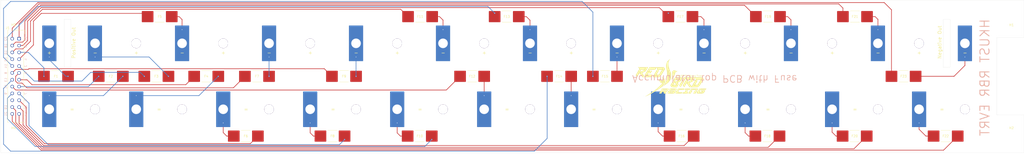
<source format=kicad_pcb>
(kicad_pcb (version 20241229) (generator "pcbnew") (generator_version "9.0")
  (layers (0 "F.Cu" signal) (2 "B.Cu" signal) (13 "F.Paste" user) (15 "B.Paste" user) (5 "F.SilkS" user "F.Silkscreen") (7 "B.SilkS" user "B.Silkscreen") (1 "F.Mask" user) (3 "B.Mask" user) (25 "Edge.Cuts" user))
  (net 0 "")
  (net 1 "/Cell_1+_out")
  (net 2 "/Cell_1+")
  (net 3 "/Cell_1-_out")
  (net 4 "/Cell_1-")
  (net 5 "/Cell_2-")
  (net 6 "/Cell_2-_out")
  (net 7 "/Cell_3-_out")
  (net 8 "/Cell_3-")
  (net 9 "/Cell_4-")
  (net 10 "/Cell_4-_out")
  (net 11 "/Cell_5-_out")
  (net 12 "/Cell_5-")
  (net 13 "/Cell_6-_out")
  (net 14 "/Cell_6-")
  (net 15 "/Cell_7-_out")
  (net 16 "/Cell_7-")
  (net 17 "/Cell_8-_out")
  (net 18 "/Cell_8-")
  (net 19 "/Cell_9-_out")
  (net 20 "/Cell_9-")
  (net 21 "/Cell_10-_out")
  (net 22 "/Cell_10-")
  (net 23 "/Cell_11-_out")
  (net 24 "/Cell_11-")
  (net 25 "/Cell_12-")
  (net 26 "/Cell_12-_out")
  (net 27 "/Cell_13-")
  (net 28 "/Cell_13-_out")
  (net 29 "/Cell_14-_out")
  (net 30 "/Cell_14-")
  (net 31 "/Cell_15-")
  (net 32 "/Cell_15-_out")
  (net 33 "/Cell_16-")
  (net 34 "/Cell_16-_out")
  (net 35 "/Cell_17-_out")
  (net 36 "/Cell_17-")
  (net 37 "/Cell_18-_out")
  (net 38 "/Cell_18-")
  (net 39 "/Cell_19-_out")
  (net 40 "/Cell_19-")
  (net 41 "/Cell_20-_out")
  (net 42 "/Cell_20-")
  (net 43 "/Cell_21-")
  (net 44 "/Cell_21-_out")
  (net 45 "/Cell_22-")
  (net 46 "/Cell_22-_out")
  (footprint "Fuse:Fuse_Littelfuse-NANO2-885" (layer "F.Cu") (at 453.541 220.38)
    (property "Reference" "F20")
    (property "Value" "Fuse")
  )
  (footprint "" (layer "F.Cu") (at 235.443015 179.6755)
    (property "Reference" "")
    (property "Value" "")
  )
  (footprint "" (layer "F.Cu") (at 349.583304 179.68)
    (property "Reference" "")
    (property "Value" "")
  )
  (footprint "Fuse:Fuse_Littelfuse-NANO2-885" (layer "F.Cu") (at 263.472 167.947 180)
    (property "Reference" "F11")
    (property "Value" "Fuse")
  )
  (footprint "" (layer "F.Cu") (at 367.583985 179.6815)
    (property "Reference" "")
    (property "Value" "")
  )
  (footprint "Fuse:Fuse_Littelfuse-NANO2-885" (layer "F.Cu") (at 474.926 194.152145)
    (property "Reference" "F23")
    (property "Value" "Fuse")
  )
  (footprint "" (layer "F.Cu") (at 501.770334 179.686)
    (property "Reference" "")
    (property "Value" "")
  )
  (footprint "" (layer "F.Cu") (at 139.303985 179.6725)
    (property "Reference" "")
    (property "Value" "")
  )
  (footprint "" (layer "F.Cu") (at 291.491015 179.6785)
    (property "Reference" "")
    (property "Value" "")
  )
  (footprint "" (layer "F.Cu") (at 177.350333 179.674)
    (property "Reference" "")
    (property "Value" "")
  )
  (footprint "" (layer "F.Cu") (at 215.382564 208.6115)
    (property "Reference" "")
    (property "Value" "")
  )
  (footprint "" (layer "F.Cu") (at 159.350015 208.6105)
    (property "Reference" "")
    (property "Value" "")
  )
  (footprint "Fuse:Fuse_Littelfuse-NANO2-885" (layer "F.Cu") (at 169.92 194.152145 180)
    (property "Reference" "F4")
    (property "Value" "Fuse")
  )
  (footprint "" (layer "F.Cu") (at 177.350696 208.612)
    (property "Reference" "")
    (property "Value" "")
  )
  (footprint "" (layer "F.Cu") (at 121.303682 208.6115)
    (property "Reference" "")
    (property "Value" "")
  )
  (footprint "" (layer "F.Cu") (at 367.584348 208.6195)
    (property "Reference" "")
    (property "Value" "")
  )
  (footprint "" (layer "F.Cu") (at 443.678015 208.6205)
    (property "Reference" "")
    (property "Value" "")
  )
  (footprint "" (layer "F.Cu") (at 405.631363 208.619)
    (property "Reference" "")
    (property "Value" "")
  )
  (footprint "" (layer "F.Cu") (at 235.443378 208.6115)
    (property "Reference" "")
    (property "Value" "")
  )
  (footprint "Fuse:Fuse_Littelfuse-NANO2-885" (layer "F.Cu") (at 377.322 167.947 180)
    (property "Reference" "F17")
    (property "Value" "Fuse")
  )
  (footprint "" (layer "F.Cu") (at 387.629652 179.6815)
    (property "Reference" "")
    (property "Value" "")
  )
  (footprint "Connector_Molex:Molex_Micro-Fit_3.0_43045-2412_2x12_P3.00mm_Vertical" (layer "F.Cu") (at 88.07 177.652144 -90)
    (property "Reference" "J1")
    (property "Value" "Conn_02x12_Top_Bottom")
  )
  (footprint "Fuse:Fuse_Littelfuse-NANO2-885" (layer "F.Cu") (at 149.558 167.947 180)
    (property "Reference" "F5")
    (property "Value" "Fuse")
  )
  (footprint "" (layer "F.Cu") (at 425.67703 208.619)
    (property "Reference" "")
    (property "Value" "")
  )
  (footprint "" (layer "F.Cu") (at 311.536682 208.6115)
    (property "Reference" "")
    (property "Value" "")
  )
  (footprint "MountingHole:MountingHole_4.3mm_M4" (layer "F.Cu") (at 522.111 222.119)
    (property "Reference" "H2")
    (property "Value" "MountingHole")
  )
  (footprint "" (layer "F.Cu") (at 311.536682 179.6785)
    (property "Reference" "")
    (property "Value" "")
  )
  (footprint "Fuse:Fuse_Littelfuse-NANO2-885" (layer "F.Cu") (at 263.295 220.38)
    (property "Reference" "F10")
    (property "Value" "Fuse")
  )
  (footprint "Fuse:Fuse_Littelfuse-NANO2-885" (layer "F.Cu") (at 415.614 167.947 180)
    (property "Reference" "F19")
    (property "Value" "Fuse")
  )
  (footprint "" (layer "F.Cu") (at 349.583667 208.618)
    (property "Reference" "")
    (property "Value" "")
  )
  (footprint "Fuse:Fuse_Littelfuse-NANO2-885" (layer "F.Cu") (at 301.354 167.947 180)
    (property "Reference" "F13")
    (property "Value" "Fuse")
  )
  (footprint "" (layer "F.Cu") (at 197.396 179.674)
    (property "Reference" "")
    (property "Value" "")
  )
  (footprint "" (layer "F.Cu") (at 253.444363 208.613)
    (property "Reference" "")
    (property "Value" "")
  )
  (footprint "" (layer "F.Cu") (at 329.537637 179.68)
    (property "Reference" "")
    (property "Value" "")
  )
  (footprint "MountingHole:MountingHole_4.3mm_M4" (layer "F.Cu") (at 522.111 166.186)
    (property "Reference" "H1")
    (property "Value" "MountingHole")
  )
  (footprint "" (layer "F.Cu") (at 291.491015 208.6115)
    (property "Reference" "")
    (property "Value" "")
  )
  (footprint "Fuse:Fuse_Littelfuse-NANO2-885" (layer "F.Cu") (at 230.181 194.152145 180)
    (property "Reference" "F9")
    (property "Value" "Fuse")
  )
  (footprint "" (layer "F.Cu") (at 273.49003 208.613)
    (property "Reference" "")
    (property "Value" "")
  )
  (footprint "Fuse:Fuse_Littelfuse-NANO2-885" (layer "F.Cu") (at 415.3932 220.38)
    (property "Reference" "F18")
    (property "Value" "Fuse")
  )
  (footprint "" (layer "F.Cu") (at 387.630015 208.6195)
    (property "Reference" "")
    (property "Value" "")
  )
  (footprint "" (layer "F.Cu") (at 273.489667 179.677)
    (property "Reference" "")
    (property "Value" "")
  )
  (footprint "Fuse:Fuse_Littelfuse-NANO2-885" (layer "F.Cu") (at 148.117 194.152145 180)
    (property "Reference" "F3")
    (property "Value" "Fuse")
  )
  (footprint "Fuse:Fuse_Littelfuse-NANO2-885" (layer "F.Cu") (at 192.121 194.152145 180)
    (property "Reference" "F7")
    (property "Value" "Fuse")
  )
  (footprint "" (layer "F.Cu") (at 215.397348 179.6755)
    (property "Reference" "")
    (property "Value" "")
  )
  (footprint "Fuse:Fuse_Littelfuse-NANO2-885" (layer "F.Cu") (at 493.344 220.38 180)
    (property "Reference" "F22")
    (property "Value" "Fuse")
  )
  (footprint "" (layer "F.Cu") (at 443.677652 179.6845)
    (property "Reference" "")
    (property "Value" "")
  )
  (footprint "" (layer "F.Cu") (at 463.723319 179.6845)
    (property "Reference" "")
    (property "Value" "")
  )
  (footprint "Fuse:Fuse_Littelfuse-NANO2-885" (layer "F.Cu") (at 453.682 167.947 180)
    (property "Reference" "F21")
    (property "Value" "Fuse")
  )
  (footprint "" (layer "F.Cu") (at 159.349652 179.6725)
    (property "Reference" "")
    (property "Value" "")
  )
  (footprint "" (layer "F.Cu") (at 139.304348 208.6105)
    (property "Reference" "")
    (property "Value" "")
  )
  (footprint "" (layer "F.Cu") (at 101.257652 179.6735)
    (property "Reference" "")
    (property "Value" "")
  )
  (footprint "" (layer "F.Cu") (at 481.724667 179.686)
    (property "Reference" "")
    (property "Value" "")
  )
  (footprint "RBR_logo:RBR_logo" (layer "F.Cu") (at 373.491 194.752)
    (property "Reference" "G***" (hide yes))
    (property "Value" "LOGO" (hide yes))
  )
  (footprint "Fuse:Fuse_Littelfuse-NANO2-885" (layer "F.Cu") (at 286.223 194.152145 180)
    (property "Reference" "F12")
    (property "Value" "Fuse")
  )
  (footprint "" (layer "F.Cu") (at 481.724667 208.619)
    (property "Reference" "")
    (property "Value" "")
  )
  (footprint "" (layer "F.Cu") (at 121.303319 179.6735)
    (property "Reference" "")
    (property "Value" "")
  )
  (footprint "" (layer "F.Cu") (at 329.538 208.618)
    (property "Reference" "")
    (property "Value" "")
  )
  (footprint "MountingHole:MountingHole_4.3mm_M4" (layer "F.Cu") (at 85.629 222.118)
    (property "Reference" "H4")
    (property "Value" "MountingHole")
  )
  (footprint "" (layer "F.Cu") (at 101.258015 208.6115)
    (property "Reference" "")
    (property "Value" "")
  )
  (footprint "Fuse:Fuse_Littelfuse-NANO2-885" (layer "F.Cu") (at 377.859 220.38)
    (property "Reference" "F16")
    (property "Value" "Fuse")
  )
  (footprint "Fuse:Fuse_Littelfuse-NANO2-885" (layer "F.Cu") (at 344.318 194.152145 180)
    (property "Reference" "F15")
    (property "Value" "Fuse")
  )
  (footprint "" (layer "F.Cu") (at 501.770334 208.619)
    (property "Reference" "")
    (property "Value" "")
  )
  (footprint "Fuse:Fuse_Littelfuse-NANO2-885" (layer "F.Cu") (at 104.2 194.152145 180)
    (property "Reference" "F1")
    (property "Value" "Fuse")
  )
  (footprint "" (layer "F.Cu") (at 405.631 179.683)
    (property "Reference" "")
    (property "Value" "")
  )
  (footprint "" (layer "F.Cu") (at 463.723682 208.6205)
    (property "Reference" "")
    (property "Value" "")
  )
  (footprint "Fuse:Fuse_Littelfuse-NANO2-885" (layer "F.Cu") (at 225.153 220.38)
    (property "Reference" "F8")
    (property "Value" "Fuse")
  )
  (footprint "" (layer "F.Cu") (at 425.676667 179.683)
    (property "Reference" "")
    (property "Value" "")
  )
  (footprint "" (layer "F.Cu") (at 253.444 179.677)
    (property "Reference" "")
    (property "Value" "")
  )
  (footprint "Fuse:Fuse_Littelfuse-NANO2-885" (layer "F.Cu") (at 187.239228 220.38)
    (property "Reference" "F6")
    (property "Value" "Fuse")
  )
  (footprint "Fuse:Fuse_Littelfuse-NANO2-885" (layer "F.Cu") (at 324.271 194.152145 180)
    (property "Reference" "F14")
    (property "Value" "Fuse")
  )
  (footprint "" (layer "F.Cu") (at 197.396363 208.612)
    (property "Reference" "")
    (property "Value" "")
  )
  (footprint "Fuse:Fuse_Littelfuse-NANO2-885" (layer "F.Cu") (at 128.166 194.152145 180)
    (property "Reference" "F2")
    (property "Value" "Fuse")
  )
  (footprint "MountingHole:MountingHole_4.3mm_M4" (layer "F.Cu") (at 85.629 166.186)
    (property "Reference" "H3")
    (property "Value" "MountingHole")
  )
  (gr_line (start 495.270319 190.186) (end 495.270319 169.186) (stroke (width 0.05)) (layer "Edge.Cuts"))
  (gr_line (start 80.128667 227.618006) (end 80.128667 160.686) (stroke (width 0.05)) (layer "Edge.Cuts"))
  (gr_line (start 110.758 190.175) (end 107.757652 190.175) (stroke (width 0.05)) (layer "Edge.Cuts"))
  (gr_line (start 527.610706 211.118006) (end 527.611 227.619) (stroke (width 0.05)) (layer "Edge.Cuts"))
  (gr_line (start 515.610738 211.118006) (end 515.610884 177.186) (stroke (width 0.05)) (layer "Edge.Cuts"))
  (gr_line (start 527.610959 160.686) (end 80.128667 160.686) (stroke (width 0.05)) (layer "Edge.Cuts"))
  (gr_line (start 527.609 211.118006) (end 515.610738 211.118006) (stroke (width 0.05)) (layer "Edge.Cuts"))
  (gr_line (start 107.758 169.175) (end 107.757652 190.175) (stroke (width 0.05)) (layer "Edge.Cuts"))
  (gr_line (start 80.128667 227.618006) (end 527.611 227.619) (stroke (width 0.05)) (layer "Edge.Cuts"))
  (gr_line (start 527.610906 177.186) (end 515.610884 177.186) (stroke (width 0.05)) (layer "Edge.Cuts"))
  (gr_line (start 492.270319 169.186) (end 492.270319 190.186) (stroke (width 0.05)) (layer "Edge.Cuts"))
  (gr_line (start 492.270319 169.186) (end 495.270319 169.186) (stroke (width 0.05)) (layer "Edge.Cuts"))
  (gr_line (start 110.758 169.175) (end 107.758 169.175) (stroke (width 0.05)) (layer "Edge.Cuts"))
  (gr_line (start 492.270319 190.186) (end 495.270319 190.186) (stroke (width 0.05)) (layer "Edge.Cuts"))
  (gr_line (start 110.758 190.175) (end 110.758 169.175) (stroke (width 0.05)) (layer "Edge.Cuts"))
  (gr_line (start 527.610959 160.686) (end 527.610906 177.186) (stroke (width 0.05)) (layer "Edge.Cuts"))
  (gr_text "-" (at 500.770334 184.686 0) (layer "F.SilkS") (effects (font (size 1.5 1.5) (thickness 0.2)) (justify left bottom)))
  (gr_text "+" (at 404.631 184.683 0) (layer "F.SilkS") (effects (font (size 1.5 1.5) (thickness 0.2)) (justify left bottom)))
  (gr_text "=" (at 414.575625 209.4905 0) (layer "F.SilkS") (effects (font (size 1.5 1.5) (thickness 0.2)) (justify left bottom)))
  (gr_text "+" (at 214.397348 184.6755 0) (layer "F.SilkS") (effects (font (size 1.5 1.5) (thickness 0.2)) (justify left bottom)))
  (gr_text "+" (at 480.724667 184.686 0) (layer "F.SilkS") (effects (font (size 1.5 1.5) (thickness 0.2)) (justify left bottom)))
  (gr_text "=" (at 148.24861 209.482 0) (layer "F.SilkS") (effects (font (size 1.5 1.5) (thickness 0.2)) (justify left bottom)))
  (gr_text "=" (at 490.668929 209.4905 0) (layer "F.SilkS") (effects (font (size 1.5 1.5) (thickness 0.2)) (justify left bottom)))
  (gr_text "=" (at 452.622277 209.492 0) (layer "F.SilkS") (effects (font (size 1.5 1.5) (thickness 0.2)) (justify left bottom)))
  (gr_text "-" (at 462.723319 184.6845 0) (layer "F.SilkS") (effects (font (size 1.5 1.5) (thickness 0.2)) (justify left bottom)))
  (gr_text "-" (at 120.303319 184.6735 0) (layer "F.SilkS") (effects (font (size 1.5 1.5) (thickness 0.2)) (justify left bottom)))
  (gr_text "-" (at 234.443015 184.6755 0) (layer "F.SilkS") (effects (font (size 1.5 1.5) (thickness 0.2)) (justify left bottom)))
  (gr_text "-" (at 348.583304 184.68 0) (layer "F.SilkS") (effects (font (size 1.5 1.5) (thickness 0.2)) (justify left bottom)))
  (gr_text "-" (at 196.396 184.674 0) (layer "F.SilkS") (effects (font (size 1.5 1.5) (thickness 0.2)) (justify left bottom)))
  (gr_text "-" (at 386.629652 184.6815 0) (layer "F.SilkS") (effects (font (size 1.5 1.5) (thickness 0.2)) (justify left bottom)))
  (gr_text "=" (at 376.52861 209.491 0) (layer "F.SilkS") (effects (font (size 1.5 1.5) (thickness 0.2)) (justify left bottom)))
  (gr_text "+" (at 366.583985 184.6815 0) (layer "F.SilkS") (effects (font (size 1.5 1.5) (thickness 0.2)) (justify left bottom)))
  (gr_text "=" (at 110.202277 209.483 0) (layer "F.SilkS") (effects (font (size 1.5 1.5) (thickness 0.2)) (justify left bottom)))
  (gr_text "Negative Out" (at 491.62 186.555 90) (layer "F.SilkS") (effects (font (size 1.5 1.5) (thickness 0.2)) (justify left bottom)))
  (gr_text "-" (at 272.489667 184.677 0) (layer "F.SilkS") (effects (font (size 1.5 1.5) (thickness 0.2)) (justify left bottom)))
  (gr_text "+" (at 290.491015 184.6785 0) (layer "F.SilkS") (effects (font (size 1.5 1.5) (thickness 0.2)) (justify left bottom)))
  (gr_text "=" (at 224.3344 209.483 0) (layer "F.SilkS") (effects (font (size 1.5 1.5) (thickness 0.2)) (justify left bottom)))
  (gr_text "+" (at 138.303985 184.6725 0) (layer "F.SilkS") (effects (font (size 1.5 1.5) (thickness 0.2)) (justify left bottom)))
  (gr_text "=" (at 338.482262 209.4895 0) (layer "F.SilkS") (effects (font (size 1.5 1.5) (thickness 0.2)) (justify left bottom)))
  (gr_text "Positive Out" (at 112.813 186.46 90) (layer "F.SilkS") (effects (font (size 1.5 1.5) (thickness 0.2)) (justify left bottom)))
  (gr_text "=" (at 300.435277 209.483 0) (layer "F.SilkS") (effects (font (size 1.5 1.5) (thickness 0.2)) (justify left bottom)))
  (gr_text "+" (at 176.350333 184.674 0) (layer "F.SilkS") (effects (font (size 1.5 1.5) (thickness 0.2)) (justify left bottom)))
  (gr_text "=" (at 186.294958 209.4835 0) (layer "F.SilkS") (effects (font (size 1.5 1.5) (thickness 0.2)) (justify left bottom)))
  (gr_text "+" (at 100.257652 184.6735 0) (layer "F.SilkS") (effects (font (size 1.5 1.5) (thickness 0.2)) (justify left bottom)))
  (gr_text "=" (at 262.388625 209.4845 0) (layer "F.SilkS") (effects (font (size 1.5 1.5) (thickness 0.2)) (justify left bottom)))
  (gr_text "+" (at 252.444 184.677 0) (layer "F.SilkS") (effects (font (size 1.5 1.5) (thickness 0.2)) (justify left bottom)))
  (gr_text "+" (at 442.677652 184.6845 0) (layer "F.SilkS") (effects (font (size 1.5 1.5) (thickness 0.2)) (justify left bottom)))
  (gr_text "+" (at 328.537637 184.68 0) (layer "F.SilkS") (effects (font (size 1.5 1.5) (thickness 0.2)) (justify left bottom)))
  (gr_text "-" (at 424.676667 184.683 0) (layer "F.SilkS") (effects (font (size 1.5 1.5) (thickness 0.2)) (justify left bottom)))
  (gr_text "-" (at 158.349652 184.6725 0) (layer "F.SilkS") (effects (font (size 1.5 1.5) (thickness 0.2)) (justify left bottom)))
  (gr_text "-" (at 310.536682 184.6785 0) (layer "F.SilkS") (effects (font (size 1.5 1.5) (thickness 0.2)) (justify left bottom)))
  (gr_text "1" (at 91.569 198.162 90) (layer "B.SilkS") (effects (font (size 1 1) (thickness 0.1)) (justify left bottom mirror)))
  (gr_text "3" (at 91.569 195.162 90) (layer "B.SilkS") (effects (font (size 1 1) (thickness 0.1)) (justify left bottom mirror)))
  (gr_text "20" (at 91.569 176.662 90) (layer "B.SilkS") (effects (font (size 1 1) (thickness 0.1)) (justify left bottom mirror)))
  (gr_text "8" (at 82.859 192.157 90) (layer "B.SilkS") (effects (font (size 1 1) (thickness 0.1)) (justify left bottom mirror)))
  (gr_text "13" (at 82.859 194.657 90) (layer "B.SilkS") (effects (font (size 1 1) (thickness 0.1)) (justify left bottom mirror)))
  (gr_text "12" (at 82.859 185.657 90) (layer "B.SilkS") (effects (font (size 1 1) (thickness 0.1)) (justify left bottom mirror)))
  (gr_text "3" (at 91.569 183.162 90) (layer "B.SilkS") (effects (font (size 1 1) (thickness 0.1)) (justify left bottom mirror)))
  (gr_text "4" (at 91.569 186.162 90) (layer "B.SilkS") (effects (font (size 1 1) (thickness 0.1)) (justify left bottom mirror)))
  (gr_text "18" (at 82.859 179.657 90) (layer "B.SilkS") (effects (font (size 1 1) (thickness 0.1)) (justify left bottom mirror)))
  (gr_text "10" (at 82.859 182.657 90) (layer "B.SilkS") (effects (font (size 1 1) (thickness 0.1)) (justify left bottom mirror)))
  (gr_text "2" (at 91.569 189.162 90) (layer "B.SilkS") (effects (font (size 1 1) (thickness 0.1)) (justify left bottom mirror)))
  (gr_text "7" (at 91.569 201.162 90) (layer "B.SilkS") (effects (font (size 1 1) (thickness 0.1)) (justify left bottom mirror)))
  (gr_text "16" (at 91.569 179.662 90) (layer "B.SilkS") (effects (font (size 1 1) (thickness 0.1)) (justify left bottom mirror)))
  (gr_text "9" (at 82.859 201.157 90) (layer "B.SilkS") (effects (font (size 1 1) (thickness 0.1)) (justify left bottom mirror)))
  (gr_text "5" (at 91.569 204.162 90) (layer "B.SilkS") (effects (font (size 1 1) (thickness 0.1)) (justify left bottom mirror)))
  (gr_text "21" (at 82.859 209.657 90) (layer "B.SilkS") (effects (font (size 1 1) (thickness 0.1)) (justify left bottom mirror)))
  (gr_text "11" (at 82.859 197.657 90) (layer "B.SilkS") (effects (font (size 1 1) (thickness 0.1)) (justify left bottom mirror)))
  (gr_text "Accumulator top PCB with Fuse" (at 356.002 193.402 180) (layer "B.SilkS") (effects (font (size 3 3) (thickness 0.3) (bold yes)) (justify left bottom mirror)))
  (gr_text "6" (at 91.569 192.162 90) (layer "B.SilkS") (effects (font (size 1 1) (thickness 0.1)) (justify left bottom mirror)))
  (gr_text "HKUST RBR EVRT" (at 512.832 168.718 90) (layer "B.SilkS") (effects (font (size 4 4) (thickness 0.4)) (justify left bottom mirror)))
  (gr_text "15" (at 91.569 206.662 90) (layer "B.SilkS") (effects (font (size 1 1) (thickness 0.1)) (justify left bottom mirror)))
  (gr_text "22" (at 82.859 176.657 90) (layer "B.SilkS") (effects (font (size 1 1) (thickness 0.1)) (justify left bottom mirror)))
  (gr_text "14" (at 82.859 188.657 90) (layer "B.SilkS") (effects (font (size 1 1) (thickness 0.1)) (justify left bottom mirror)))
  (gr_text "17" (at 91.569 209.662 90) (layer "B.SilkS") (effects (font (size 1 1) (thickness 0.1)) (justify left bottom mirror)))
  (gr_text "19" (at 82.859 206.657 90) (layer "B.SilkS") (effects (font (size 1 1) (thickness 0.1)) (justify left bottom mirror)))
  (via (at 98.925 194.152145) (size 0.6) (drill 0.3) (layers "F.Cu" "B.Cu") (net 1))
  (segment (start 92.143144 183.652144) (end 98.925 190.434) (width 0.254) (layer "B.Cu") (net 1))
  (segment (start 88.07 183.652144) (end 92.143144 183.652144) (width 0.254) (layer "B.Cu") (net 1))
  (segment (start 98.925 190.434) (end 98.925 194.152145) (width 0.254) (layer "B.Cu") (net 1))
  (via (at 101.257652 185.6735) (size 0.6) (drill 0.3) (layers "F.Cu" "B.Cu") (net 2))
  (via (at 109.475 194.152145) (size 0.6) (drill 0.3) (layers "F.Cu" "B.Cu") (net 2))
  (segment (start 108.525145 194.152145) (end 109.475 194.152145) (width 0.254) (layer "B.Cu") (net 2))
  (segment (start 101.257652 185.6735) (end 101.257652 186.884652) (width 0.254) (layer "B.Cu") (net 2))
  (segment (start 101.257652 186.884652) (end 108.525145 194.152145) (width 0.254) (layer "B.Cu") (net 2))
  (via (at 122.891 194.152145) (size 0.6) (drill 0.3) (layers "F.Cu" "B.Cu") (net 3))
  (segment (start 118.391001 198.652144) (end 88.07 198.652144) (width 0.254) (layer "B.Cu") (net 3))
  (segment (start 122.891 194.152145) (end 118.391001 198.652144) (width 0.254) (layer "B.Cu") (net 3))
  (via (at 133.441 194.152145) (size 0.6) (drill 0.3) (layers "F.Cu" "B.Cu") (net 4))
  (via (at 101.258015 202.6115) (size 0.6) (drill 0.3) (layers "F.Cu" "B.Cu") (net 4))
  (segment (start 124.981645 202.6115) (end 133.441 194.152145) (width 0.254) (layer "B.Cu") (net 4))
  (segment (start 101.258015 202.6115) (end 124.981645 202.6115) (width 0.254) (layer "B.Cu") (net 4))
  (via (at 121.303319 185.6735) (size 0.6) (drill 0.3) (layers "F.Cu" "B.Cu") (net 5))
  (via (at 153.392 194.152145) (size 0.6) (drill 0.3) (layers "F.Cu" "B.Cu") (net 5))
  (segment (start 121.303319 185.6735) (end 144.913355 185.6735) (width 0.254) (layer "B.Cu") (net 5))
  (segment (start 144.913355 185.6735) (end 153.392 194.152145) (width 0.254) (layer "B.Cu") (net 5))
  (via (at 142.842 194.152145) (size 0.6) (drill 0.3) (layers "F.Cu" "B.Cu") (net 6))
  (segment (start 119.354 192.432) (end 141.121855 192.432) (width 0.254) (layer "B.Cu") (net 6))
  (segment (start 94.641856 196.224) (end 115.562 196.224) (width 0.254) (layer "B.Cu") (net 6))
  (segment (start 88.07 189.652144) (end 94.641856 196.224) (width 0.254) (layer "B.Cu") (net 6))
  (segment (start 115.562 196.224) (end 119.354 192.432) (width 0.254) (layer "B.Cu") (net 6))
  (segment (start 141.121855 192.432) (end 142.842 194.152145) (width 0.254) (layer "B.Cu") (net 6))
  (segment (start 91.507144 195.652144) (end 93.658 197.803) (width 0.254) (layer "F.Cu") (net 7))
  (segment (start 160.994145 197.803) (end 164.645 194.152145) (width 0.254) (layer "F.Cu") (net 7))
  (segment (start 88.07 195.652144) (end 91.507144 195.652144) (width 0.254) (layer "F.Cu") (net 7))
  (segment (start 93.658 197.803) (end 160.994145 197.803) (width 0.254) (layer "F.Cu") (net 7))
  (via (at 139.304348 202.6105) (size 0.6) (drill 0.3) (layers "F.Cu" "B.Cu") (net 8))
  (via (at 175.195 194.152145) (size 0.6) (drill 0.3) (layers "F.Cu" "B.Cu") (net 8))
  (segment (start 139.304348 202.6105) (end 166.736645 202.6105) (width 0.254) (layer "B.Cu") (net 8))
  (segment (start 166.736645 202.6105) (end 175.195 194.152145) (width 0.254) (layer "B.Cu") (net 8))
  (segment (start 159.349652 169.243652) (end 158.053 167.947) (width 0.254) (layer "F.Cu") (net 9))
  (segment (start 158.053 167.947) (end 154.833 167.947) (width 0.254) (layer "F.Cu") (net 9))
  (segment (start 159.349652 173.6735) (end 159.349652 169.243652) (width 0.254) (layer "F.Cu") (net 9))
  (via (at 159.349652 173.6735) (size 0.6) (drill 0.3) (layers "F.Cu" "B.Cu") (net 9))
  (segment (start 88.07 186.652144) (end 94.35 180.372144) (width 0.254) (layer "F.Cu") (net 10))
  (segment (start 142.879 166.543) (end 144.283 167.947) (width 0.254) (layer "F.Cu") (net 10))
  (segment (start 94.35 180.372144) (end 94.35 169.945) (width 0.254) (layer "F.Cu") (net 10))
  (segment (start 97.752 166.543) (end 142.879 166.543) (width 0.254) (layer "F.Cu") (net 10))
  (segment (start 94.35 169.945) (end 97.752 166.543) (width 0.254) (layer "F.Cu") (net 10))
  (segment (start 91.167 215.674) (end 99.167 223.674) (width 0.254) (layer "F.Cu") (net 11))
  (segment (start 91.167 207.749144) (end 91.167 215.674) (width 0.254) (layer "F.Cu") (net 11))
  (segment (start 189.220228 223.674) (end 192.514228 220.38) (width 0.254) (layer "F.Cu") (net 11))
  (segment (start 88.07 204.652144) (end 91.167 207.749144) (width 0.254) (layer "F.Cu") (net 11))
  (segment (start 99.167 223.674) (end 189.220228 223.674) (width 0.254) (layer "F.Cu") (net 11))
  (segment (start 178.886 220.38) (end 177.350696 218.844696) (width 0.254) (layer "F.Cu") (net 12))
  (segment (start 177.350696 218.844696) (end 177.350696 214.612) (width 0.254) (layer "F.Cu") (net 12))
  (segment (start 178.886 220.38) (end 181.964228 220.38) (width 0.254) (layer "F.Cu") (net 12))
  (via (at 177.350696 214.612) (size 0.6) (drill 0.3) (layers "F.Cu" "B.Cu") (net 12))
  (segment (start 89.35 197.12) (end 87.374 197.12) (width 0.254) (layer "F.Cu") (net 13))
  (segment (start 86.562 194.160144) (end 88.07 192.652144) (width 0.254) (layer "F.Cu") (net 13))
  (segment (start 186.846 194.152145) (end 181.791145 199.207) (width 0.254) (layer "F.Cu") (net 13))
  (segment (start 91.437 199.207) (end 89.35 197.12) (width 0.254) (layer "F.Cu") (net 13))
  (segment (start 86.562 196.308) (end 86.562 194.160144) (width 0.254) (layer "F.Cu") (net 13))
  (segment (start 87.374 197.12) (end 86.562 196.308) (width 0.254) (layer "F.Cu") (net 13))
  (segment (start 181.791145 199.207) (end 91.437 199.207) (width 0.254) (layer "F.Cu") (net 13))
  (via (at 197.396 185.674) (size 0.6) (drill 0.3) (layers "F.Cu" "B.Cu") (net 14))
  (via (at 197.396 194.152145) (size 0.6) (drill 0.3) (layers "F.Cu" "B.Cu") (net 14))
  (segment (start 197.396 185.674) (end 197.396 194.152145) (width 0.254) (layer "B.Cu") (net 14))
  (via (at 230.428 221.88) (size 0.6) (drill 0.3) (layers "F.Cu" "B.Cu") (net 15))
  (segment (start 92.389 205.971144) (end 92.389 215.716) (width 0.254) (layer "B.Cu") (net 15))
  (segment (start 92.389 215.716) (end 100.778 224.105) (width 0.254) (layer "B.Cu") (net 15))
  (segment (start 100.778 224.105) (end 228.203 224.105) (width 0.254) (layer "B.Cu") (net 15))
  (segment (start 228.203 224.105) (end 230.428 221.88) (width 0.254) (layer "B.Cu") (net 15))
  (segment (start 88.07 201.652144) (end 92.389 205.971144) (width 0.254) (layer "B.Cu") (net 15))
  (segment (start 216.805 220.38) (end 215.382564 218.957564) (width 0.254) (layer "F.Cu") (net 16))
  (segment (start 216.805 220.38) (end 219.878 220.38) (width 0.254) (layer "F.Cu") (net 16))
  (segment (start 215.382564 218.957564) (end 215.382564 214.612) (width 0.254) (layer "F.Cu") (net 16))
  (via (at 215.382564 214.612) (size 0.6) (drill 0.3) (layers "F.Cu" "B.Cu") (net 16))
  (segment (start 92.377 190.81) (end 92.071 191.116) (width 0.254) (layer "F.Cu") (net 17))
  (segment (start 224.906 194.152145) (end 221.563855 190.81) (width 0.254) (layer "F.Cu") (net 17))
  (segment (start 221.563855 190.81) (end 92.377 190.81) (width 0.254) (layer "F.Cu") (net 17))
  (segment (start 92.071 191.116) (end 86.606144 191.116) (width 0.254) (layer "F.Cu") (net 17))
  (segment (start 86.606144 191.116) (end 85.07 192.652144) (width 0.254) (layer "F.Cu") (net 17))
  (via (at 235.456 194.152145) (size 0.6) (drill 0.3) (layers "F.Cu" "B.Cu") (net 18))
  (via (at 235.443015 185.6755) (size 0.6) (drill 0.3) (layers "F.Cu" "B.Cu") (net 18))
  (segment (start 235.443015 194.13916) (end 235.456 194.152145) (width 0.254) (layer "B.Cu") (net 18))
  (segment (start 235.443015 185.6755) (end 235.443015 194.13916) (width 0.254) (layer "B.Cu") (net 18))
  (via (at 268.57 221.88) (size 0.6) (drill 0.3) (layers "F.Cu" "B.Cu") (net 19))
  (segment (start 95.091 224.923) (end 82.983 212.815) (width 0.254) (layer "B.Cu") (net 19))
  (segment (start 82.983 212.815) (end 82.983 203.739144) (width 0.254) (layer "B.Cu") (net 19))
  (segment (start 82.983 203.739144) (end 85.07 201.652144) (width 0.254) (layer "B.Cu") (net 19))
  (segment (start 268.57 221.88) (end 265.527 224.923) (width 0.254) (layer "B.Cu") (net 19))
  (segment (start 265.527 224.923) (end 95.091 224.923) (width 0.254) (layer "B.Cu") (net 19))
  (segment (start 254.845 220.38) (end 253.444363 218.979363) (width 0.254) (layer "F.Cu") (net 20))
  (segment (start 254.845 220.38) (end 258.02 220.38) (width 0.254) (layer "F.Cu") (net 20))
  (segment (start 253.444363 218.979363) (end 253.444363 214.612) (width 0.254) (layer "F.Cu") (net 20))
  (via (at 253.444363 214.612) (size 0.6) (drill 0.3) (layers "F.Cu" "B.Cu") (net 20))
  (segment (start 254.993 164.743) (end 258.197 167.947) (width 0.254) (layer "F.Cu") (net 21))
  (segment (start 89.703 182.118) (end 93.055 178.766) (width 0.254) (layer "F.Cu") (net 21))
  (segment (start 93.055 169.963) (end 98.275 164.743) (width 0.254) (layer "F.Cu") (net 21))
  (segment (start 86.604144 182.118) (end 89.703 182.118) (width 0.254) (layer "F.Cu") (net 21))
  (segment (start 98.275 164.743) (end 254.993 164.743) (width 0.254) (layer "F.Cu") (net 21))
  (segment (start 93.055 178.766) (end 93.055 169.963) (width 0.254) (layer "F.Cu") (net 21))
  (segment (start 85.07 183.652144) (end 86.604144 182.118) (width 0.254) (layer "F.Cu") (net 21))
  (segment (start 271.958 167.947) (end 268.747 167.947) (width 0.254) (layer "F.Cu") (net 22))
  (segment (start 273.489667 173.6735) (end 273.489667 169.478667) (width 0.254) (layer "F.Cu") (net 22))
  (segment (start 273.489667 169.478667) (end 271.958 167.947) (width 0.254) (layer "F.Cu") (net 22))
  (via (at 273.489667 173.6735) (size 0.6) (drill 0.3) (layers "F.Cu" "B.Cu") (net 22))
  (segment (start 86.573856 200.156) (end 274.944145 200.156) (width 0.254) (layer "F.Cu") (net 23))
  (segment (start 274.944145 200.156) (end 280.948 194.152145) (width 0.254) (layer "F.Cu") (net 23))
  (segment (start 85.07 198.652144) (end 86.573856 200.156) (width 0.254) (layer "F.Cu") (net 23))
  (segment (start 291.491015 202.6115) (end 291.498 202.604515) (width 0.254) (layer "F.Cu") (net 24))
  (segment (start 291.498 202.604515) (end 291.498 194.152145) (width 0.254) (layer "F.Cu") (net 24))
  (via (at 291.491015 202.6115) (size 0.6) (drill 0.3) (layers "F.Cu" "B.Cu") (net 24))
  (segment (start 311.536682 169.541682) (end 309.942 167.947) (width 0.254) (layer "F.Cu") (net 25))
  (segment (start 311.536682 173.6735) (end 311.536682 169.541682) (width 0.254) (layer "F.Cu") (net 25))
  (segment (start 309.942 167.947) (end 306.629 167.947) (width 0.254) (layer "F.Cu") (net 25))
  (via (at 311.536682 173.6735) (size 0.6) (drill 0.3) (layers "F.Cu" "B.Cu") (net 25))
  (via (at 296.079 166.447) (size 0.6) (drill 0.3) (layers "F.Cu" "B.Cu") (net 26))
  (segment (start 82.995 176.775) (end 96.274 163.496) (width 0.254) (layer "B.Cu") (net 26))
  (segment (start 293.128 163.496) (end 296.079 166.447) (width 0.254) (layer "B.Cu") (net 26))
  (segment (start 85.07 186.652144) (end 82.995 184.577144) (width 0.254) (layer "B.Cu") (net 26))
  (segment (start 96.274 163.496) (end 293.128 163.496) (width 0.254) (layer "B.Cu") (net 26))
  (segment (start 82.995 184.577144) (end 82.995 176.775) (width 0.254) (layer "B.Cu") (net 26))
  (segment (start 329.546 202.61) (end 329.538 202.618) (width 0.254) (layer "F.Cu") (net 27))
  (segment (start 329.546 194.152145) (end 329.546 202.61) (width 0.254) (layer "F.Cu") (net 27))
  (via (at 329.538 202.618) (size 0.6) (drill 0.3) (layers "F.Cu" "B.Cu") (net 27))
  (via (at 318.996 194.152145) (size 0.6) (drill 0.3) (layers "F.Cu" "B.Cu") (net 28))
  (segment (start 81.266 223.921) (end 84.335016 226.990016) (width 0.254) (layer "B.Cu") (net 28))
  (segment (start 313.445984 226.990016) (end 319.047 221.389) (width 0.254) (layer "B.Cu") (net 28))
  (segment (start 319.047 221.389) (end 319.047 194.203145) (width 0.254) (layer "B.Cu") (net 28))
  (segment (start 84.335016 226.990016) (end 313.445984 226.990016) (width 0.254) (layer "B.Cu") (net 28))
  (segment (start 81.266 199.456144) (end 81.266 223.921) (width 0.254) (layer "B.Cu") (net 28))
  (segment (start 319.047 194.203145) (end 318.996 194.152145) (width 0.254) (layer "B.Cu") (net 28))
  (segment (start 85.07 195.652144) (end 81.266 199.456144) (width 0.254) (layer "B.Cu") (net 28))
  (via (at 339.043 194.152145) (size 0.6) (drill 0.3) (layers "F.Cu" "B.Cu") (net 29))
  (segment (start 84.332 161.314) (end 81.259 164.387) (width 0.254) (layer "B.Cu") (net 29))
  (segment (start 81.259 164.387) (end 81.259 185.841144) (width 0.254) (layer "B.Cu") (net 29))
  (segment (start 339.043 165.994) (end 334.363 161.314) (width 0.254) (layer "B.Cu") (net 29))
  (segment (start 334.363 161.314) (end 84.332 161.314) (width 0.254) (layer "B.Cu") (net 29))
  (segment (start 339.043 194.152145) (end 339.043 165.994) (width 0.254) (layer "B.Cu") (net 29))
  (segment (start 81.259 185.841144) (end 85.07 189.652144) (width 0.254) (layer "B.Cu") (net 29))
  (segment (start 349.593 194.152145) (end 349.593 185.689696) (width 0.254) (layer "F.Cu") (net 30))
  (segment (start 349.593 185.689696) (end 349.583304 185.68) (width 0.254) (layer "F.Cu") (net 30))
  (via (at 349.583304 185.68) (size 0.6) (drill 0.3) (layers "F.Cu" "B.Cu") (net 30))
  (segment (start 369.502 220.38) (end 367.584348 218.462348) (width 0.254) (layer "F.Cu") (net 31))
  (segment (start 372.584 220.38) (end 369.502 220.38) (width 0.254) (layer "F.Cu") (net 31))
  (segment (start 367.584348 218.462348) (end 367.584348 214.612) (width 0.254) (layer "F.Cu") (net 31))
  (via (at 367.584348 214.612) (size 0.6) (drill 0.3) (layers "F.Cu" "B.Cu") (net 31))
  (segment (start 89.797 215.489) (end 98.825 224.517) (width 0.254) (layer "F.Cu") (net 32))
  (segment (start 378.997 224.517) (end 383.134 220.38) (width 0.254) (layer "F.Cu") (net 32))
  (segment (start 98.825 224.517) (end 378.997 224.517) (width 0.254) (layer "F.Cu") (net 32))
  (segment (start 89.797 209.379144) (end 89.797 215.489) (width 0.254) (layer "F.Cu") (net 32))
  (segment (start 88.07 207.652144) (end 89.797 209.379144) (width 0.254) (layer "F.Cu") (net 32))
  (segment (start 387.629652 173.6735) (end 387.629652 169.274652) (width 0.254) (layer "F.Cu") (net 33))
  (segment (start 387.629652 169.274652) (end 386.302 167.947) (width 0.254) (layer "F.Cu") (net 33))
  (segment (start 386.302 167.947) (end 382.597 167.947) (width 0.254) (layer "F.Cu") (net 33))
  (via (at 387.629652 173.6735) (size 0.6) (drill 0.3) (layers "F.Cu" "B.Cu") (net 33))
  (segment (start 91.813 169.907) (end 97.705 164.015) (width 0.254) (layer "F.Cu") (net 34))
  (segment (start 368.115 164.015) (end 372.047 167.947) (width 0.254) (layer "F.Cu") (net 34))
  (segment (start 88.07 180.652144) (end 89.632856 180.652144) (width 0.254) (layer "F.Cu") (net 34))
  (segment (start 97.705 164.015) (end 368.115 164.015) (width 0.254) (layer "F.Cu") (net 34))
  (segment (start 89.632856 180.652144) (end 91.813 178.472) (width 0.254) (layer "F.Cu") (net 34))
  (segment (start 91.813 178.472) (end 91.813 169.907) (width 0.254) (layer "F.Cu") (net 34))
  (via (at 372.047 166.447) (size 0.6) (drill 0.3) (layers "F.Cu" "B.Cu") (net 34))
  (segment (start 88.07 210.652144) (end 88.07 214.848) (width 0.254) (layer "F.Cu") (net 35))
  (segment (start 88.07 214.848) (end 98.557 225.335) (width 0.254) (layer "F.Cu") (net 35))
  (segment (start 415.7132 225.335) (end 420.6682 220.38) (width 0.254) (layer "F.Cu") (net 35))
  (segment (start 98.557 225.335) (end 415.7132 225.335) (width 0.254) (layer "F.Cu") (net 35))
  (segment (start 407.142 220.38) (end 405.631363 218.869363) (width 0.254) (layer "F.Cu") (net 36))
  (segment (start 405.631363 218.869363) (end 405.631363 214.612) (width 0.254) (layer "F.Cu") (net 36))
  (segment (start 410.1182 220.38) (end 407.142 220.38) (width 0.254) (layer "F.Cu") (net 36))
  (via (at 405.631363 214.612) (size 0.6) (drill 0.3) (layers "F.Cu" "B.Cu") (net 36))
  (segment (start 90.571 169.937) (end 97.512 162.996) (width 0.254) (layer "F.Cu") (net 37))
  (segment (start 85.07 180.652144) (end 86.570144 179.152) (width 0.254) (layer "F.Cu") (net 37))
  (segment (start 89.597 179.152) (end 90.571 178.178) (width 0.254) (layer "F.Cu") (net 37))
  (segment (start 97.512 162.996) (end 405.388 162.996) (width 0.254) (layer "F.Cu") (net 37))
  (segment (start 405.388 162.996) (end 410.339 167.947) (width 0.254) (layer "F.Cu") (net 37))
  (segment (start 90.571 178.178) (end 90.571 169.937) (width 0.254) (layer "F.Cu") (net 37))
  (segment (start 86.570144 179.152) (end 89.597 179.152) (width 0.254) (layer "F.Cu") (net 37))
  (segment (start 424.258 167.947) (end 420.889 167.947) (width 0.254) (layer "F.Cu") (net 38))
  (segment (start 425.676667 169.365667) (end 424.258 167.947) (width 0.254) (layer "F.Cu") (net 38))
  (segment (start 425.676667 173.6735) (end 425.676667 169.365667) (width 0.254) (layer "F.Cu") (net 38))
  (via (at 425.676667 173.6735) (size 0.6) (drill 0.3) (layers "F.Cu" "B.Cu") (net 38))
  (segment (start 86.596 214.446) (end 98.111 225.961) (width 0.254) (layer "F.Cu") (net 39))
  (segment (start 98.111 225.961) (end 453.235 225.961) (width 0.254) (layer "F.Cu") (net 39))
  (segment (start 85.07 207.652144) (end 86.596 209.178144) (width 0.254) (layer "F.Cu") (net 39))
  (segment (start 86.596 209.178144) (end 86.596 214.446) (width 0.254) (layer "F.Cu") (net 39))
  (segment (start 453.235 225.961) (end 458.816 220.38) (width 0.254) (layer "F.Cu") (net 39))
  (segment (start 443.678015 218.664015) (end 443.678015 214.612) (width 0.254) (layer "F.Cu") (net 40))
  (segment (start 448.266 220.38) (end 445.394 220.38) (width 0.254) (layer "F.Cu") (net 40))
  (segment (start 445.394 220.38) (end 443.678015 218.664015) (width 0.254) (layer "F.Cu") (net 40))
  (via (at 443.678015 214.612) (size 0.6) (drill 0.3) (layers "F.Cu" "B.Cu") (net 40))
  (segment (start 448.407 167.947) (end 448.407 164.205) (width 0.254) (layer "F.Cu") (net 41))
  (segment (start 88.07 171.064) (end 88.07 177.652144) (width 0.254) (layer "F.Cu") (net 41))
  (segment (start 446.594 162.392) (end 96.742 162.392) (width 0.254) (layer "F.Cu") (net 41))
  (segment (start 96.742 162.392) (end 88.07 171.064) (width 0.254) (layer "F.Cu") (net 41))
  (segment (start 448.407 164.205) (end 446.594 162.392) (width 0.254) (layer "F.Cu") (net 41))
  (segment (start 463.723319 173.6735) (end 463.723319 169.167319) (width 0.254) (layer "F.Cu") (net 42))
  (segment (start 462.503 167.947) (end 458.957 167.947) (width 0.254) (layer "F.Cu") (net 42))
  (segment (start 463.723319 169.167319) (end 462.503 167.947) (width 0.254) (layer "F.Cu") (net 42))
  (via (at 463.723319 173.6735) (size 0.6) (drill 0.3) (layers "F.Cu" "B.Cu") (net 42))
  (segment (start 488.069 220.38) (end 484.705 220.38) (width 0.254) (layer "F.Cu") (net 43))
  (segment (start 484.705 220.38) (end 481.724667 217.399667) (width 0.254) (layer "F.Cu") (net 43))
  (segment (start 481.724667 217.399667) (end 481.724667 214.612) (width 0.254) (layer "F.Cu") (net 43))
  (segment (start 481.762679 214.650012) (end 481.724667 214.612) (width 0.254) (layer "F.Cu") (net 43))
  (via (at 481.724667 214.612) (size 0.6) (drill 0.3) (layers "F.Cu" "B.Cu") (net 43))
  (segment (start 498.619 220.38) (end 492.439 226.56) (width 0.254) (layer "F.Cu") (net 44))
  (segment (start 492.439 226.56) (end 97.7045 226.56) (width 0.254) (layer "F.Cu") (net 44))
  (segment (start 85.07 213.9255) (end 85.07 210.652144) (width 0.254) (layer "F.Cu") (net 44))
  (segment (start 97.7045 226.56) (end 85.07 213.9255) (width 0.254) (layer "F.Cu") (net 44))
  (segment (start 501.770334 189.387666) (end 501.770334 185.6735) (width 0.254) (layer "F.Cu") (net 45))
  (segment (start 480.201 194.152145) (end 497.005855 194.152145) (width 0.254) (layer "F.Cu") (net 45))
  (segment (start 497.005855 194.152145) (end 501.770334 189.387666) (width 0.254) (layer "F.Cu") (net 45))
  (via (at 501.770334 185.6735) (size 0.6) (drill 0.3) (layers "F.Cu" "B.Cu") (net 45))
  (segment (start 85.07 177.652144) (end 85.07 173.019) (width 0.254) (layer "F.Cu") (net 46))
  (segment (start 85.07 173.019) (end 96.303 161.786) (width 0.254) (layer "F.Cu") (net 46))
  (segment (start 96.303 161.786) (end 466.47 161.786) (width 0.254) (layer "F.Cu") (net 46))
  (segment (start 466.47 161.786) (end 469.651 164.967) (width 0.254) (layer "F.Cu") (net 46))
  (segment (start 469.651 164.967) (end 469.651 194.152145) (width 0.254) (layer "F.Cu") (net 46))
  (zone (net 36) (net_name "/Cell_17-") (layer "B.Cu") (priority 10) (connect_pads yes (clearance 0.5)) (min_thickness 0.25) (fill yes (thermal_gap 0.254) (thermal_bridge_width 0.254))
    (polygon (pts (xy 402.520831 200.8085) (xy 408.742831 200.8085) (xy 408.742831 216.4295) (xy 402.519895 216.4295)))
  )
  (zone (net 24) (net_name "/Cell_11-") (layer "B.Cu") (priority 10) (connect_pads yes (clearance 0.5)) (min_thickness 0.25) (fill yes (thermal_gap 0.254) (thermal_bridge_width 0.254))
    (polygon (pts (xy 288.380483 200.801) (xy 294.602483 200.801) (xy 294.602483 216.422) (xy 288.379547 216.422)))
  )
  (zone (net 22) (net_name "/Cell_10-") (layer "B.Cu") (priority 10) (connect_pads yes (clearance 0.5)) (min_thickness 0.25) (fill yes (thermal_gap 0.254) (thermal_bridge_width 0.254))
    (polygon (pts (xy 270.379135 171.8665) (xy 276.601135 171.8665) (xy 276.601135 187.4875) (xy 270.378199 187.4875)))
  )
  (zone (net 12) (net_name "/Cell_5-") (layer "B.Cu") (priority 10) (connect_pads yes (clearance 0.5)) (min_thickness 0.25) (fill yes (thermal_gap 0.254) (thermal_bridge_width 0.254))
    (polygon (pts (xy 174.240164 200.8015) (xy 180.462164 200.8015) (xy 180.462164 216.4225) (xy 174.239228 216.4225)))
  )
  (zone (net 38) (net_name "/Cell_18-") (layer "B.Cu") (priority 10) (connect_pads yes (clearance 0.5)) (min_thickness 0.25) (fill yes (thermal_gap 0.254) (thermal_bridge_width 0.254))
    (polygon (pts (xy 422.566135 171.8725) (xy 428.788135 171.8725) (xy 428.788135 187.4935) (xy 422.565199 187.4935)))
  )
  (zone (net 9) (net_name "/Cell_4-") (layer "B.Cu") (priority 10) (connect_pads yes (clearance 0.5)) (min_thickness 0.25) (fill yes (thermal_gap 0.254) (thermal_bridge_width 0.254))
    (polygon (pts (xy 156.23912 171.862) (xy 162.46112 171.862) (xy 162.46112 187.483) (xy 156.238184 187.483)))
  )
  (zone (net 4) (net_name "/Cell_1-") (layer "B.Cu") (priority 10) (connect_pads yes (clearance 0.5)) (min_thickness 0.25) (fill yes (thermal_gap 0.254) (thermal_bridge_width 0.254))
    (polygon (pts (xy 98.147483 200.801) (xy 104.369483 200.801) (xy 104.369483 216.422) (xy 98.146547 216.422)))
  )
  (zone (net 16) (net_name "/Cell_7-") (layer "B.Cu") (priority 10) (connect_pads yes (clearance 0.5)) (min_thickness 0.25) (fill yes (thermal_gap 0.254) (thermal_bridge_width 0.254))
    (polygon (pts (xy 212.272032 200.801) (xy 218.494032 200.801) (xy 218.494032 216.422) (xy 212.271096 216.422)))
  )
  (zone (net 27) (net_name "/Cell_13-") (layer "B.Cu") (priority 10) (connect_pads yes (clearance 0.5)) (min_thickness 0.25) (fill yes (thermal_gap 0.254) (thermal_bridge_width 0.254))
    (polygon (pts (xy 326.427468 200.8075) (xy 332.649468 200.8075) (xy 332.649468 216.4285) (xy 326.426532 216.4285)))
  )
  (zone (net 45) (net_name "/Cell_22-") (layer "B.Cu") (priority 10) (connect_pads yes (clearance 0.5)) (min_thickness 0.25) (fill yes (thermal_gap 0.254) (thermal_bridge_width 0.254))
    (polygon (pts (xy 498.659802 171.8755) (xy 504.881802 171.8755) (xy 504.881802 187.4965) (xy 498.658866 187.4965)))
  )
  (zone (net 25) (net_name "/Cell_12-") (layer "B.Cu") (priority 10) (connect_pads yes (clearance 0.5)) (min_thickness 0.25) (fill yes (thermal_gap 0.254) (thermal_bridge_width 0.254))
    (polygon (pts (xy 308.42615 171.868) (xy 314.64815 171.868) (xy 314.64815 187.489) (xy 308.425214 187.489)))
  )
  (zone (net 40) (net_name "/Cell_19-") (layer "B.Cu") (priority 10) (connect_pads yes (clearance 0.5)) (min_thickness 0.25) (fill yes (thermal_gap 0.254) (thermal_bridge_width 0.254))
    (polygon (pts (xy 440.567483 200.81) (xy 446.789483 200.81) (xy 446.789483 216.431) (xy 440.566547 216.431)))
  )
  (zone (net 33) (net_name "/Cell_16-") (layer "B.Cu") (priority 10) (connect_pads yes (clearance 0.5)) (min_thickness 0.25) (fill yes (thermal_gap 0.254) (thermal_bridge_width 0.254))
    (polygon (pts (xy 384.51912 171.871) (xy 390.74112 171.871) (xy 390.74112 187.492) (xy 384.518184 187.492)))
  )
  (zone (net 20) (net_name "/Cell_9-") (layer "B.Cu") (priority 10) (connect_pads yes (clearance 0.5)) (min_thickness 0.25) (fill yes (thermal_gap 0.254) (thermal_bridge_width 0.254))
    (polygon (pts (xy 250.333831 200.8025) (xy 256.555831 200.8025) (xy 256.555831 216.4235) (xy 250.332895 216.4235)))
  )
  (zone (net 8) (net_name "/Cell_3-") (layer "B.Cu") (priority 10) (connect_pads yes (clearance 0.5)) (min_thickness 0.25) (fill yes (thermal_gap 0.254) (thermal_bridge_width 0.254))
    (polygon (pts (xy 136.193816 200.8) (xy 142.415816 200.8) (xy 142.415816 216.421) (xy 136.19288 216.421)))
  )
  (zone (net 43) (net_name "/Cell_21-") (layer "B.Cu") (priority 10) (connect_pads yes (clearance 0.5)) (min_thickness 0.25) (fill yes (thermal_gap 0.254) (thermal_bridge_width 0.254))
    (polygon (pts (xy 478.614135 200.8085) (xy 484.836135 200.8085) (xy 484.836135 216.4295) (xy 478.613199 216.4295)))
  )
  (zone (net 30) (net_name "/Cell_14-") (layer "B.Cu") (priority 10) (connect_pads yes (clearance 0.5)) (min_thickness 0.25) (fill yes (thermal_gap 0.254) (thermal_bridge_width 0.254))
    (polygon (pts (xy 346.472772 171.8695) (xy 352.694772 171.8695) (xy 352.694772 187.4905) (xy 346.471836 187.4905)))
  )
  (zone (net 14) (net_name "/Cell_6-") (layer "B.Cu") (priority 10) (connect_pads yes (clearance 0.5)) (min_thickness 0.25) (fill yes (thermal_gap 0.254) (thermal_bridge_width 0.254))
    (polygon (pts (xy 194.285468 171.8635) (xy 200.507468 171.8635) (xy 200.507468 187.4845) (xy 194.284532 187.4845)))
  )
  (zone (net 5) (net_name "/Cell_2-") (layer "B.Cu") (priority 10) (connect_pads yes (clearance 0.5)) (min_thickness 0.25) (fill yes (thermal_gap 0.254) (thermal_bridge_width 0.254))
    (polygon (pts (xy 118.114032 171.863) (xy 124.336032 171.863) (xy 124.336032 187.484) (xy 118.113096 187.484)))
  )
  (zone (net 31) (net_name "/Cell_15-") (layer "B.Cu") (priority 10) (connect_pads yes (clearance 0.5)) (min_thickness 0.25) (fill yes (thermal_gap 0.254) (thermal_bridge_width 0.254))
    (polygon (pts (xy 364.473816 200.809) (xy 370.695816 200.809) (xy 370.695816 216.43) (xy 364.47288 216.43)))
  )
  (zone (net 2) (net_name "/Cell_1+") (layer "B.Cu") (priority 10) (connect_pads yes (clearance 0.5)) (min_thickness 0.25) (fill yes (thermal_gap 0.254) (thermal_bridge_width 0.254))
    (polygon (pts (xy 98.168993 171.862) (xy 104.391 171.862) (xy 104.391 187.485) (xy 98.168057 187.485)))
  )
  (zone (net 18) (net_name "/Cell_8-") (layer "B.Cu") (priority 10) (connect_pads yes (clearance 0.5)) (min_thickness 0.25) (fill yes (thermal_gap 0.254) (thermal_bridge_width 0.254))
    (polygon (pts (xy 232.332483 171.865) (xy 238.554483 171.865) (xy 238.554483 187.486) (xy 232.331547 187.486)))
  )
  (zone (net 42) (net_name "/Cell_20-") (layer "B.Cu") (priority 10) (connect_pads yes (clearance 0.5)) (min_thickness 0.25) (fill yes (thermal_gap 0.254) (thermal_bridge_width 0.254))
    (polygon (pts (xy 460.612787 171.874) (xy 466.834787 171.874) (xy 466.834787 187.495) (xy 460.611851 187.495)))
  )
)
</source>
